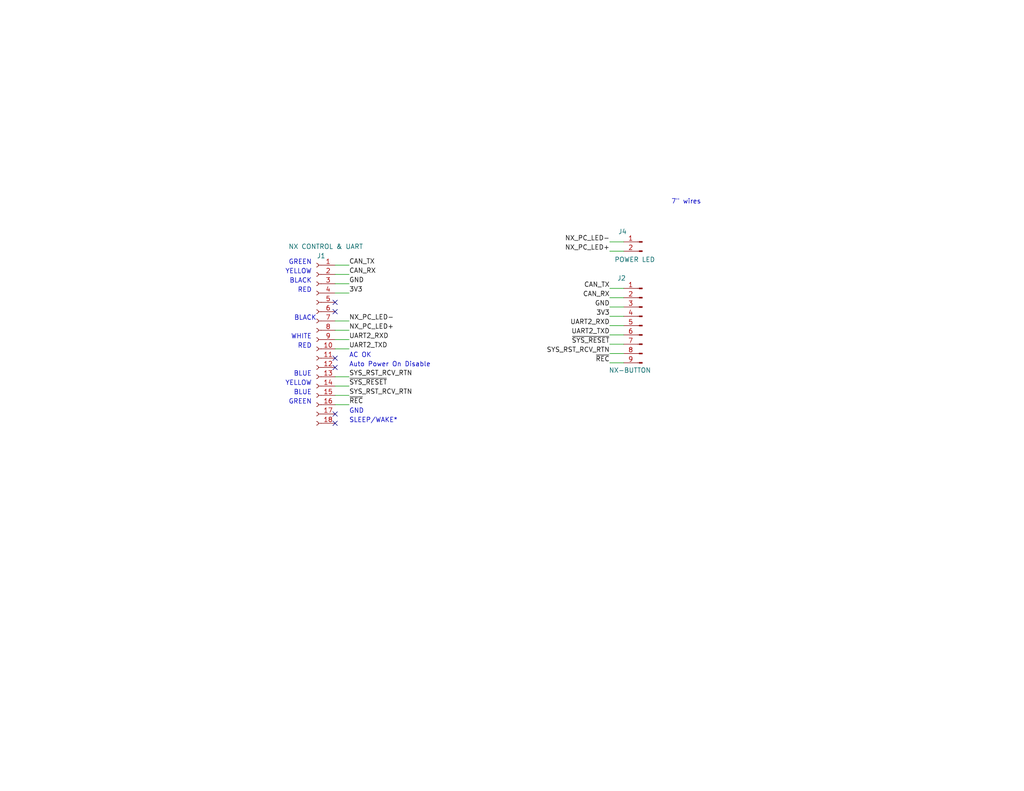
<source format=kicad_sch>
(kicad_sch (version 20231120) (generator "eeschema") (generator_version "8.0")
  (paper "A")
  (title_block (title "Button Interface") (date "2024-01-05") (rev "1"))
  (lib_symbols
    (symbol "Connector:Conn_01x02_Pin" (pin_names (offset 1.016) hide)
      (property "Reference" "J" (at 0 2.54 0))
      (property "Value" "Conn_01x02_Pin" (at 0 -5.08 0))
      (symbol "Conn_01x02_Pin_1_1"
        (polyline (pts (xy 1.27 -2.54) (xy 0.8636 -2.54)) (stroke (width 0.1524)))
        (polyline (pts (xy 1.27 0) (xy 0.8636 0)) (stroke (width 0.1524)))
        (rectangle (start 0.8636 -2.413) (end 0 -2.667) (stroke (width 0.1524)) (fill (type outline)))
        (rectangle (start 0.8636 0.127) (end 0 -0.127) (stroke (width 0.1524)) (fill (type outline)))
        (pin passive line (at 5.08 0 180) (length 3.81) (name "Pin_1") (number "1"))
        (pin passive line (at 5.08 -2.54 180) (length 3.81) (name "Pin_2") (number "2"))
      )
    )
    (symbol "Connector:Conn_01x09_Pin" (pin_names (offset 1.016) hide)
      (property "Reference" "J" (at 0 12.7 0))
      (property "Value" "Conn_01x09_Pin" (at 0 -12.7 0))
      (symbol "Conn_01x09_Pin_1_1"
        (polyline (pts (xy 1.27 -10.16) (xy 0.8636 -10.16)) (stroke (width 0.1524)))
        (polyline (pts (xy 1.27 -7.62) (xy 0.8636 -7.62)) (stroke (width 0.1524)))
        (polyline (pts (xy 1.27 -5.08) (xy 0.8636 -5.08)) (stroke (width 0.1524)))
        (polyline (pts (xy 1.27 -2.54) (xy 0.8636 -2.54)) (stroke (width 0.1524)))
        (polyline (pts (xy 1.27 0) (xy 0.8636 0)) (stroke (width 0.1524)))
        (polyline (pts (xy 1.27 2.54) (xy 0.8636 2.54)) (stroke (width 0.1524)))
        (polyline (pts (xy 1.27 5.08) (xy 0.8636 5.08)) (stroke (width 0.1524)))
        (polyline (pts (xy 1.27 7.62) (xy 0.8636 7.62)) (stroke (width 0.1524)))
        (polyline (pts (xy 1.27 10.16) (xy 0.8636 10.16)) (stroke (width 0.1524)))
        (rectangle (start 0.8636 -10.033) (end 0 -10.287) (stroke (width 0.1524)) (fill (type outline)))
        (rectangle (start 0.8636 -7.493) (end 0 -7.747) (stroke (width 0.1524)) (fill (type outline)))
        (rectangle (start 0.8636 -4.953) (end 0 -5.207) (stroke (width 0.1524)) (fill (type outline)))
        (rectangle (start 0.8636 -2.413) (end 0 -2.667) (stroke (width 0.1524)) (fill (type outline)))
        (rectangle (start 0.8636 0.127) (end 0 -0.127) (stroke (width 0.1524)) (fill (type outline)))
        (rectangle (start 0.8636 2.667) (end 0 2.413) (stroke (width 0.1524)) (fill (type outline)))
        (rectangle (start 0.8636 5.207) (end 0 4.953) (stroke (width 0.1524)) (fill (type outline)))
        (rectangle (start 0.8636 7.747) (end 0 7.493) (stroke (width 0.1524)) (fill (type outline)))
        (rectangle (start 0.8636 10.287) (end 0 10.033) (stroke (width 0.1524)) (fill (type outline)))
        (pin passive line (at 5.08 10.16 180) (length 3.81) (name "Pin_1") (number "1"))
        (pin passive line (at 5.08 7.62 180) (length 3.81) (name "Pin_2") (number "2"))
        (pin passive line (at 5.08 5.08 180) (length 3.81) (name "Pin_3") (number "3"))
        (pin passive line (at 5.08 2.54 180) (length 3.81) (name "Pin_4") (number "4"))
        (pin passive line (at 5.08 0 180) (length 3.81) (name "Pin_5") (number "5"))
        (pin passive line (at 5.08 -2.54 180) (length 3.81) (name "Pin_6") (number "6"))
        (pin passive line (at 5.08 -5.08 180) (length 3.81) (name "Pin_7") (number "7"))
        (pin passive line (at 5.08 -7.62 180) (length 3.81) (name "Pin_8") (number "8"))
        (pin passive line (at 5.08 -10.16 180) (length 3.81) (name "Pin_9") (number "9"))
      )
    )
    (symbol "Connector:Conn_01x18_Socket" (pin_names (offset 1.016) hide)
      (property "Reference" "J" (at 0 22.86 0))
      (property "Value" "Conn_01x18_Socket" (at 0 -25.4 0))
      (symbol "Conn_01x18_Socket_1_1"
        (arc (start 0 -22.352) (mid -0.5058 -22.86) (end 0 -23.368) (stroke (width 0.1524)))
        (arc (start 0 -19.812) (mid -0.5058 -20.32) (end 0 -20.828) (stroke (width 0.1524)))
        (arc (start 0 -17.272) (mid -0.5058 -17.78) (end 0 -18.288) (stroke (width 0.1524)))
        (arc (start 0 -14.732) (mid -0.5058 -15.24) (end 0 -15.748) (stroke (width 0.1524)))
        (arc (start 0 -12.192) (mid -0.5058 -12.7) (end 0 -13.208) (stroke (width 0.1524)))
        (arc (start 0 -9.652) (mid -0.5058 -10.16) (end 0 -10.668) (stroke (width 0.1524)))
        (arc (start 0 -7.112) (mid -0.5058 -7.62) (end 0 -8.128) (stroke (width 0.1524)))
        (arc (start 0 -4.572) (mid -0.5058 -5.08) (end 0 -5.588) (stroke (width 0.1524)))
        (arc (start 0 -2.032) (mid -0.5058 -2.54) (end 0 -3.048) (stroke (width 0.1524)))
        (polyline (pts (xy -1.27 -22.86) (xy -0.508 -22.86)) (stroke (width 0.1524)))
        (polyline (pts (xy -1.27 -20.32) (xy -0.508 -20.32)) (stroke (width 0.1524)))
        (polyline (pts (xy -1.27 -17.78) (xy -0.508 -17.78)) (stroke (width 0.1524)))
        (polyline (pts (xy -1.27 -15.24) (xy -0.508 -15.24)) (stroke (width 0.1524)))
        (polyline (pts (xy -1.27 -12.7) (xy -0.508 -12.7)) (stroke (width 0.1524)))
        (polyline (pts (xy -1.27 -10.16) (xy -0.508 -10.16)) (stroke (width 0.1524)))
        (polyline (pts (xy -1.27 -7.62) (xy -0.508 -7.62)) (stroke (width 0.1524)))
        (polyline (pts (xy -1.27 -5.08) (xy -0.508 -5.08)) (stroke (width 0.1524)))
        (polyline (pts (xy -1.27 -2.54) (xy -0.508 -2.54)) (stroke (width 0.1524)))
        (polyline (pts (xy -1.27 0) (xy -0.508 0)) (stroke (width 0.1524)))
        (polyline (pts (xy -1.27 2.54) (xy -0.508 2.54)) (stroke (width 0.1524)))
        (polyline (pts (xy -1.27 5.08) (xy -0.508 5.08)) (stroke (width 0.1524)))
        (polyline (pts (xy -1.27 7.62) (xy -0.508 7.62)) (stroke (width 0.1524)))
        (polyline (pts (xy -1.27 10.16) (xy -0.508 10.16)) (stroke (width 0.1524)))
        (polyline (pts (xy -1.27 12.7) (xy -0.508 12.7)) (stroke (width 0.1524)))
        (polyline (pts (xy -1.27 15.24) (xy -0.508 15.24)) (stroke (width 0.1524)))
        (polyline (pts (xy -1.27 17.78) (xy -0.508 17.78)) (stroke (width 0.1524)))
        (polyline (pts (xy -1.27 20.32) (xy -0.508 20.32)) (stroke (width 0.1524)))
        (arc (start 0 0.508) (mid -0.5058 0) (end 0 -0.508) (stroke (width 0.1524)))
        (arc (start 0 3.048) (mid -0.5058 2.54) (end 0 2.032) (stroke (width 0.1524)))
        (arc (start 0 5.588) (mid -0.5058 5.08) (end 0 4.572) (stroke (width 0.1524)))
        (arc (start 0 8.128) (mid -0.5058 7.62) (end 0 7.112) (stroke (width 0.1524)))
        (arc (start 0 10.668) (mid -0.5058 10.16) (end 0 9.652) (stroke (width 0.1524)))
        (arc (start 0 13.208) (mid -0.5058 12.7) (end 0 12.192) (stroke (width 0.1524)))
        (arc (start 0 15.748) (mid -0.5058 15.24) (end 0 14.732) (stroke (width 0.1524)))
        (arc (start 0 18.288) (mid -0.5058 17.78) (end 0 17.272) (stroke (width 0.1524)))
        (arc (start 0 20.828) (mid -0.5058 20.32) (end 0 19.812) (stroke (width 0.1524)))
        (pin passive line (at -5.08 20.32 0) (length 3.81) (name "Pin_1") (number "1"))
        (pin passive line (at -5.08 -2.54 0) (length 3.81) (name "Pin_10") (number "10"))
        (pin passive line (at -5.08 -5.08 0) (length 3.81) (name "Pin_11") (number "11"))
        (pin passive line (at -5.08 -7.62 0) (length 3.81) (name "Pin_12") (number "12"))
        (pin passive line (at -5.08 -10.16 0) (length 3.81) (name "Pin_13") (number "13"))
        (pin passive line (at -5.08 -12.7 0) (length 3.81) (name "Pin_14") (number "14"))
        (pin passive line (at -5.08 -15.24 0) (length 3.81) (name "Pin_15") (number "15"))
        (pin passive line (at -5.08 -17.78 0) (length 3.81) (name "Pin_16") (number "16"))
        (pin passive line (at -5.08 -20.32 0) (length 3.81) (name "Pin_17") (number "17"))
        (pin passive line (at -5.08 -22.86 0) (length 3.81) (name "Pin_18") (number "18"))
        (pin passive line (at -5.08 17.78 0) (length 3.81) (name "Pin_2") (number "2"))
        (pin passive line (at -5.08 15.24 0) (length 3.81) (name "Pin_3") (number "3"))
        (pin passive line (at -5.08 12.7 0) (length 3.81) (name "Pin_4") (number "4"))
        (pin passive line (at -5.08 10.16 0) (length 3.81) (name "Pin_5") (number "5"))
        (pin passive line (at -5.08 7.62 0) (length 3.81) (name "Pin_6") (number "6"))
        (pin passive line (at -5.08 5.08 0) (length 3.81) (name "Pin_7") (number "7"))
        (pin passive line (at -5.08 2.54 0) (length 3.81) (name "Pin_8") (number "8"))
        (pin passive line (at -5.08 0 0) (length 3.81) (name "Pin_9") (number "9"))
      )
    )
  )
  (no_connect (at 91.44 115.57))
  (no_connect (at 91.44 100.33))
  (no_connect (at 91.44 85.09))
  (no_connect (at 91.44 82.55))
  (no_connect (at 91.44 113.03))
  (no_connect (at 91.44 97.79))
  (wire (pts (xy 166.37 83.82) (xy 170.18 83.82)))
  (wire (pts (xy 166.37 86.36) (xy 170.18 86.36)))
  (wire (pts (xy 95.25 105.41) (xy 91.44 105.41)))
  (wire (pts (xy 166.37 96.52) (xy 170.18 96.52)))
  (wire (pts (xy 166.37 99.06) (xy 170.18 99.06)))
  (wire (pts (xy 166.37 66.04) (xy 170.18 66.04)))
  (wire (pts (xy 166.37 78.74) (xy 170.18 78.74)))
  (wire (pts (xy 166.37 91.44) (xy 170.18 91.44)))
  (wire (pts (xy 95.25 87.63) (xy 91.44 87.63)))
  (wire (pts (xy 95.25 77.47) (xy 91.44 77.47)))
  (wire (pts (xy 166.37 88.9) (xy 170.18 88.9)))
  (wire (pts (xy 95.25 92.71) (xy 91.44 92.71)))
  (wire (pts (xy 95.25 107.95) (xy 91.44 107.95)))
  (wire (pts (xy 95.25 95.25) (xy 91.44 95.25)))
  (wire (pts (xy 95.25 72.39) (xy 91.44 72.39)))
  (wire (pts (xy 95.25 74.93) (xy 91.44 74.93)))
  (wire (pts (xy 91.44 90.17) (xy 95.25 90.17)))
  (wire (pts (xy 166.37 81.28) (xy 170.18 81.28)))
  (wire (pts (xy 95.25 102.87) (xy 91.44 102.87)))
  (wire (pts (xy 95.25 110.49) (xy 91.44 110.49)))
  (wire (pts (xy 166.37 93.98) (xy 170.18 93.98)))
  (wire (pts (xy 95.25 80.01) (xy 91.44 80.01)))
  (wire (pts (xy 166.37 68.58) (xy 170.18 68.58)))
  (text "RED" (at 85.09 80.01 0) (effects (font (size 1.27 1.27)) (justify right bottom)))
  (text "YELLOW" (at 85.09 74.93 0) (effects (font (size 1.27 1.27)) (justify right bottom)))
  (text "GREEN" (at 85.09 72.39 0) (effects (font (size 1.27 1.27)) (justify right bottom)))
  (text "BLACK" (at 86.36 87.63 0) (effects (font (size 1.27 1.27)) (justify right bottom)))
  (text "GREEN" (at 85.09 110.49 0) (effects (font (size 1.27 1.27)) (justify right bottom)))
  (text "WHITE" (at 85.09 92.71 0) (effects (font (size 1.27 1.27)) (justify right bottom)))
  (text "BLACK" (at 85.09 77.47 0) (effects (font (size 1.27 1.27)) (justify right bottom)))
  (text "BLUE" (at 85.09 107.95 0) (effects (font (size 1.27 1.27)) (justify right bottom)))
  (text "7\" wires" (at 183.134 55.88 0) (effects (font (size 1.27 1.27)) (justify left bottom)))
  (text "AC OK" (at 95.25 97.79 0) (effects (font (size 1.27 1.27)) (justify left bottom)))
  (text "RED" (at 85.09 95.25 0) (effects (font (size 1.27 1.27)) (justify right bottom)))
  (text "BLUE" (at 85.09 102.87 0) (effects (font (size 1.27 1.27)) (justify right bottom)))
  (text "YELLOW" (at 85.09 105.41 0) (effects (font (size 1.27 1.27)) (justify right bottom)))
  (text "GND" (at 95.25 113.03 0) (effects (font (size 1.27 1.27)) (justify left bottom)))
  (text "Auto Power On Disable" (at 95.25 100.33 0) (effects (font (size 1.27 1.27)) (justify left bottom)))
  (text "SLEEP/WAKE*" (at 95.25 115.57 0) (effects (font (size 1.27 1.27)) (justify left bottom)))
  (label "~{REC}" (at 166.37 99.06 180))
  (label "CAN_TX" (at 166.37 78.74 180))
  (label "~{SYS_RESET}" (at 95.25 105.41 0))
  (label "CAN_TX" (at 95.25 72.39 0))
  (label "UART2_RXD" (at 166.37 88.9 180))
  (label "GND" (at 95.25 77.47 0))
  (label "UART2_TXD" (at 166.37 91.44 180))
  (label "~{REC}" (at 95.25 110.49 0))
  (label "3V3" (at 166.37 86.36 180))
  (label "NX_PC_LED+" (at 95.25 90.17 0))
  (label "GND" (at 166.37 83.82 180))
  (label "CAN_RX" (at 95.25 74.93 0))
  (label "NX_PC_LED-" (at 166.37 66.04 180))
  (label "3V3" (at 95.25 80.01 0))
  (label "SYS_RST_RCV_RTN" (at 166.37 96.52 180))
  (label "CAN_RX" (at 166.37 81.28 180))
  (label "NX_PC_LED+" (at 166.37 68.58 180))
  (label "SYS_RST_RCV_RTN" (at 95.25 107.95 0))
  (label "UART2_RXD" (at 95.25 92.71 0))
  (label "UART2_TXD" (at 95.25 95.25 0))
  (label "NX_PC_LED-" (at 95.25 87.63 0))
  (label "SYS_RST_RCV_RTN" (at 95.25 102.87 0))
  (label "~{SYS_RESET}" (at 166.37 93.98 180))
  (symbol (lib_id "Connector:Conn_01x18_Socket") (at 86.36 92.71 0) (mirror y) (unit 1)
    (property "Reference" "J1" (at 87.63 69.85 0))
    (property "Value" "NX CONTROL & UART" (at 88.9 67.31 0))
    (property "Footprint" "Connector_PinSocket_2.54mm:PinSocket_1x18_P2.54mm_Vertical" (effects (hide yes)))
    (property "Datasheet" "Components/Sullins-Female_Headers.100_DS.pdf" (effects (hide yes)))
    (property "MFG" "Sullins Connector Solutions" (effects (hide yes)))
    (property "MFG P/N" "PPTC181LFBN-RC" (effects (hide yes)))
    (property "DIST" "Digikey" (effects (hide yes)))
    (property "DIST P/N" "S7016-ND" (effects (hide yes)))
  )
  (symbol (lib_id "Connector:Conn_01x02_Pin") (at 175.26 66.04 0) (mirror y) (unit 1)
    (property "Reference" "J4" (at 168.656 63.246 0) (effects (justify right)))
    (property "Value" "POWER LED" (at 167.64 70.866 0) (effects (justify right)))
    (property "Footprint" "NX-ButtonInterface:2-pin-solder-pads" (effects (hide yes)))
    (property "Description" "Generic connector, single row, 01x02, script generated" (effects (hide yes)))
  )
  (symbol (lib_id "Connector:Conn_01x09_Pin") (at 175.26 88.9 0) (mirror y) (unit 1)
    (property "Reference" "J2" (at 168.402 75.946 0) (effects (justify right)))
    (property "Value" "NX-BUTTON" (at 166.116 101.092 0) (effects (justify right)))
    (property "Footprint" "NX-ButtonInterface:9-pin-solder-pads" (effects (hide yes)))
    (property "Description" "Generic connector, single row, 01x09, script generated" (effects (hide yes)))
  )
)
</source>
